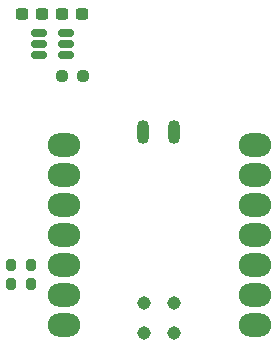
<source format=gtp>
G04 #@! TF.GenerationSoftware,KiCad,Pcbnew,7.0.1*
G04 #@! TF.CreationDate,2023-08-13T17:58:05+02:00*
G04 #@! TF.ProjectId,neopixel_cots_hat,6e656f70-6978-4656-9c5f-636f74735f68,1*
G04 #@! TF.SameCoordinates,Original*
G04 #@! TF.FileFunction,Paste,Top*
G04 #@! TF.FilePolarity,Positive*
%FSLAX46Y46*%
G04 Gerber Fmt 4.6, Leading zero omitted, Abs format (unit mm)*
G04 Created by KiCad (PCBNEW 7.0.1) date 2023-08-13 17:58:05*
%MOMM*%
%LPD*%
G01*
G04 APERTURE LIST*
G04 Aperture macros list*
%AMRoundRect*
0 Rectangle with rounded corners*
0 $1 Rounding radius*
0 $2 $3 $4 $5 $6 $7 $8 $9 X,Y pos of 4 corners*
0 Add a 4 corners polygon primitive as box body*
4,1,4,$2,$3,$4,$5,$6,$7,$8,$9,$2,$3,0*
0 Add four circle primitives for the rounded corners*
1,1,$1+$1,$2,$3*
1,1,$1+$1,$4,$5*
1,1,$1+$1,$6,$7*
1,1,$1+$1,$8,$9*
0 Add four rect primitives between the rounded corners*
20,1,$1+$1,$2,$3,$4,$5,0*
20,1,$1+$1,$4,$5,$6,$7,0*
20,1,$1+$1,$6,$7,$8,$9,0*
20,1,$1+$1,$8,$9,$2,$3,0*%
G04 Aperture macros list end*
%ADD10O,2.748280X1.998980*%
%ADD11O,1.016000X2.032000*%
%ADD12C,1.143000*%
%ADD13RoundRect,0.200000X0.200000X0.275000X-0.200000X0.275000X-0.200000X-0.275000X0.200000X-0.275000X0*%
%ADD14RoundRect,0.237500X0.300000X0.237500X-0.300000X0.237500X-0.300000X-0.237500X0.300000X-0.237500X0*%
%ADD15RoundRect,0.237500X-0.300000X-0.237500X0.300000X-0.237500X0.300000X0.237500X-0.300000X0.237500X0*%
%ADD16RoundRect,0.150000X-0.512500X-0.150000X0.512500X-0.150000X0.512500X0.150000X-0.512500X0.150000X0*%
%ADD17RoundRect,0.237500X0.250000X0.237500X-0.250000X0.237500X-0.250000X-0.237500X0.250000X-0.237500X0*%
G04 APERTURE END LIST*
D10*
X112205683Y-75867820D03*
X112205683Y-73327820D03*
X112205683Y-70787820D03*
X112205683Y-68247820D03*
X112205683Y-65707820D03*
X112205683Y-63167820D03*
X112205683Y-60627820D03*
X96041123Y-60627820D03*
X96041123Y-63167820D03*
X96041123Y-65707820D03*
X96041123Y-68247820D03*
X96041123Y-70787820D03*
X96041123Y-73327820D03*
X96041123Y-75867820D03*
D11*
X105338803Y-59550000D03*
X102788803Y-59550000D03*
D12*
X105340000Y-76554187D03*
X102800000Y-76554187D03*
X105340000Y-74014187D03*
X102800000Y-74014187D03*
D13*
X93250000Y-72425000D03*
X91600000Y-72425000D03*
X93250000Y-70800000D03*
X91600000Y-70800000D03*
D14*
X95875000Y-49525000D03*
X97600000Y-49525000D03*
D15*
X94200000Y-49525000D03*
X92475000Y-49525000D03*
D16*
X96187500Y-51125000D03*
X96187500Y-52075000D03*
X96187500Y-53025000D03*
X93912500Y-53025000D03*
X93912500Y-52075000D03*
X93912500Y-51125000D03*
D17*
X97687500Y-54800000D03*
X95862500Y-54800000D03*
M02*

</source>
